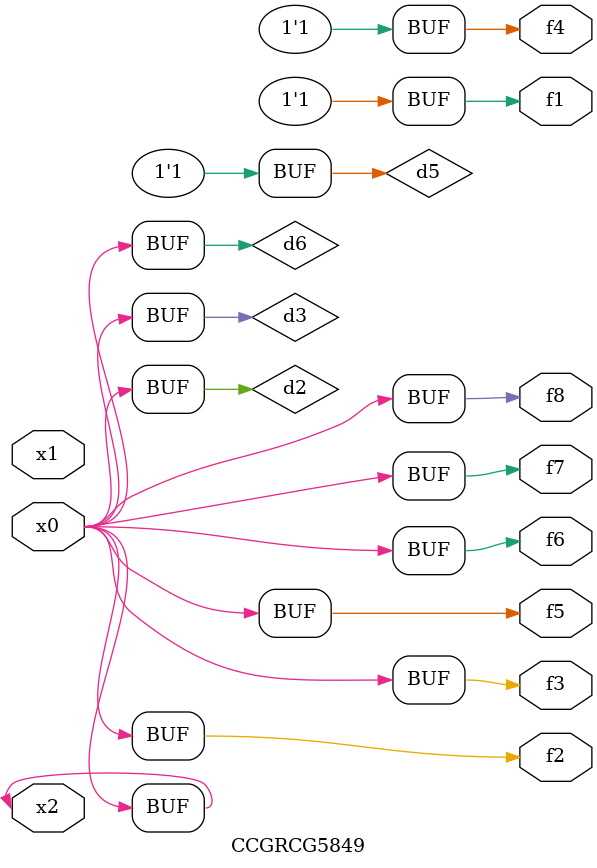
<source format=v>
module CCGRCG5849(
	input x0, x1, x2,
	output f1, f2, f3, f4, f5, f6, f7, f8
);

	wire d1, d2, d3, d4, d5, d6;

	xnor (d1, x2);
	buf (d2, x0, x2);
	and (d3, x0);
	xnor (d4, x1, x2);
	nand (d5, d1, d3);
	buf (d6, d2, d3);
	assign f1 = d5;
	assign f2 = d6;
	assign f3 = d6;
	assign f4 = d5;
	assign f5 = d6;
	assign f6 = d6;
	assign f7 = d6;
	assign f8 = d6;
endmodule

</source>
